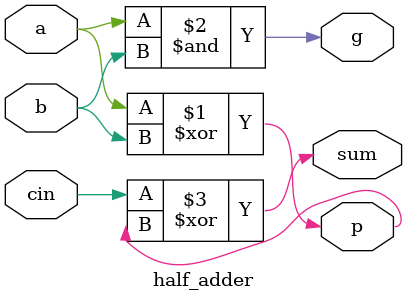
<source format=v>
module adder_gate(x, y, carry, out);
input [7:0] x, y;
output carry;
output [7:0] out;

/*Write your code here*/
	wire w0, w1, w2, w3, w4, w5, w6, w7, w8, w9, w10, w11, w12, w13, w14, w15, w16, w17, w18, w19, w20, w21, w22, w23, w24, w25, w26, w27, w28;
	wire p0, p1, p2, p3, p4, p5, p6, p7;
	wire g0, g1, g2, g3, g4, g5, g6, g7;
	wire c2, c3, c4, c5, c6, c7;

	//carry look-ahead adder: http://www.eecs.umich.edu/courses/eecs370/eecs370.w20/resources/materials/17-FastAdders-ch06aplus.pdf
	half_adder HA0(.a(x[0]), .b(y[0]), .cin(0), .p(p0), .g(g0), .sum(out[0])); //c0 = 0
	//and #1 AND0(w0, p0, 0); //w0 == 0
	//or #1 OR0(c1, g0, w0); //c1 == g0
	half_adder HA1(.a(x[1]), .b(y[1]), .cin(g0), .p(p1), .g(g1), .sum(out[1])); //c1 = g0 + p0*c0 = g0
	and #1 AND1(w1, p1, g0);
	or #1 OR1(c2, g1, w1);
	half_adder HA2(.a(x[2]), .b(y[2]), .cin(c2), .p(p2), .g(g2), .sum(out[2])); //c2 = g1 + p1*c1 = g1 + p1*g0
	and #1 AND2(w2, p2, g1);
	and #1 AND3(w3, p2, p1, g0);
	or #1 OR2(c3, g2, w2, w3);
	half_adder HA3(.a(x[3]), .b(y[3]), .cin(c3), .p(p3), .g(g3), .sum(out[3])); //c3 = g2 + p2*c2 = g2 + p2*g1 + p2*p1*g0
	and #1 AND4(w4, p3, g2);
	and #1 AND5(w5, p3, p2, g1);
	and #1 AND6(w6, p3, p2, p1, g0);
	or #1 OR3(c4, g3, w4, w5, w6);
	half_adder HA4(.a(x[4]), .b(y[4]), .cin(c4), .p(p4), .g(g4), .sum(out[4])); //c4 = g3 + p3*c3 = g3 + p3*g2 + p3*p2*g1 + p3*p2*p1*g0
	and #1 AND7(w7, p4, g3);
	and #1 AND8(w8, p4, p3, g2);
	and #1 AND9(w9, p4, p3, p2, g1);
	and #1 AND10(w10, p4, p3, p2, p1, g0);
	or #1 OR4(c5, g4, w7, w8, w9, w10);
	half_adder HA5(.a(x[5]), .b(y[5]), .cin(c5), .p(p5), .g(g5), .sum(out[5])); //c5 = g4 + p4*c4 = g4 + p4*g3 + p4*p3*g2 + p4*p3*p2*g1 + p4*p3*p2*p1*g0
	and #1 AND11(w11, p5, g4);
	and #1 AND12(w12, p5, p4, g3);
	and #1 AND13(w13, p5, p4, p3, g2);
	and #1 AND14(w14, p5, p4, p3, p2, g1);
	and #1 AND15(w15, p5, p4, p3, p2, p1, g0);
	or #1 OR5(c6, g5, w11, w12, w13, w14, w15);
	half_adder HA6(.a(x[6]), .b(y[6]), .cin(c6), .p(p6), .g(g6), .sum(out[6])); //c6 = g5 + p5*c5 = g5 + p5*g4 + p5*p4*g3 + p5*p4*p3*g2 + p5*p4*p3*p2*g1 + p5*p4*p3*p2*p1*g0
	and #1 AND16(w16, p6, g5);
	and #1 AND17(w17, p6, p5, g4);
	and #1 AND18(w18, p6, p5, p4, g3);
	and #1 AND19(w19, p6, p5, p4, p3, g2);
	and #1 AND20(w20, p6, p5, p4, p3, p2, g1);
	and #1 AND21(w21, p6, p5, p4, p3, p2, p1, g0);
	or #1 OR6(c7, g6, w16, w17, w18, w19, w20, w21);
	half_adder HA7(.a(x[7]), .b(y[7]), .cin(c7), .p(p7), .g(g7), .sum(out[7])); //c7 = g6 + p6*c6 = g6 + p6*g5 + p6*p5*g4 + p6*p5*p4*g3 + p6*p5*p4*p3*g2 + p6*p5*p4*p3*p2*g1 + p6*p5*p4*p3*p2*p1*g0
	//carry = g7 + p7*c7 = g7 + p7*g6 + p7*p6*g5 + p7*p6*p5*g4 + p7*p6*p5*p4*g3 + p7*p6*p5*p4*p3*g2 + p7*p6*p5*p4*p3*p2*g1 + p7*p6*p5*p4*p3*p2*p1*g0
	and #1 AND22(w22, p7, g6);
	and #1 AND23(w23, p7, p6, g5);
	and #1 AND24(w24, p7, p6, p5, g4);
	and #1 AND25(w25, p7, p6, p5, p4, g3);
	and #1 AND26(w26, p7, p6, p5, p4, p3, g2);
	and #1 AND27(w27, p7, p6, p5, p4, p3, p2, g1);
	and #1 AND28(w28, p7, p6, p5, p4, p3, p2, p1, g0);
	or #1 OR7(carry, g7, w22, w23, w24, w25, w26, w27, w28);

/*End of code*/

endmodule

module half_adder (
	input a,
	input b,
	input cin,
	output p, //propagate
	output g, //generate
	output sum
);

	xor #1 U0(p, a, b);
	and #1 U1(g, a, b);
	xor #1 U2(sum, cin, p);

endmodule
</source>
